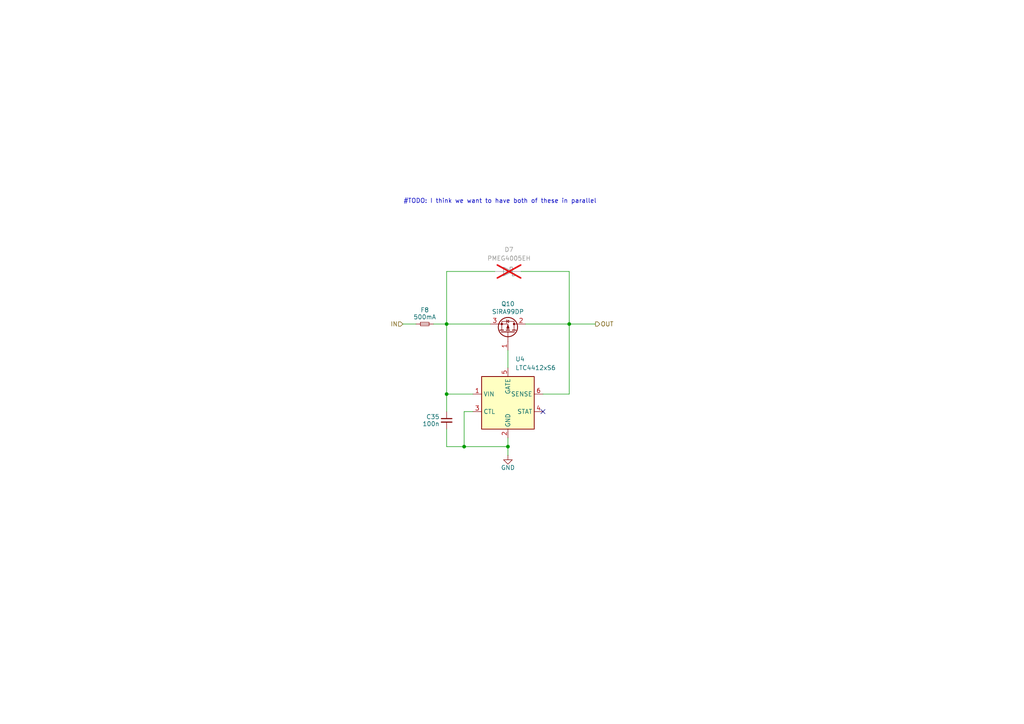
<source format=kicad_sch>
(kicad_sch (version 20250114) (generator "eeschema") (generator_version "9.0")
  (paper "A4")
  (title_block (title "Argus XY Solar Panel") (date "2025-04-20") (rev "v3.1") (company "Carnegie Mellon University") (comment 1 "N. Khera") (comment 2 "V. Rajesh"))
  (lib_symbols
    (symbol "Argus-IC:Q_PMOS_GDS" (pin_names (offset 0) (hide yes))
      (property "Reference" "Q" (at 5.08 1.27 0))
      (property "Value" "Q_PMOS_GDS" (at 5.08 -1.27 0))
      (symbol "Q_PMOS_GDS_0_1"
        (polyline (pts (xy 0.254 1.905) (xy 0.254 -1.905)) (stroke (width 0.254)))
        (polyline (pts (xy 0.254 0) (xy -2.54 0)))
        (polyline (pts (xy 0.762 2.286) (xy 0.762 1.27)) (stroke (width 0.254)))
        (polyline (pts (xy 0.762 1.778) (xy 3.302 1.778) (xy 3.302 -1.778) (xy 0.762 -1.778)))
        (polyline (pts (xy 0.762 0.508) (xy 0.762 -0.508)) (stroke (width 0.254)))
        (polyline (pts (xy 0.762 -1.27) (xy 0.762 -2.286)) (stroke (width 0.254)))
        (circle (center 1.651 0) (radius 2.794) (stroke (width 0.254)))
        (polyline (pts (xy 2.286 0) (xy 1.27 0.381) (xy 1.27 -0.381) (xy 2.286 0)) (fill (type outline)))
        (polyline (pts (xy 2.54 2.54) (xy 2.54 1.778)))
        (circle (center 2.54 1.778) (radius 0.254) (fill (type outline)))
        (circle (center 2.54 -1.778) (radius 0.254) (fill (type outline)))
        (polyline (pts (xy 2.54 -2.54) (xy 2.54 0) (xy 0.762 0)))
        (polyline (pts (xy 2.794 -0.508) (xy 2.921 -0.381) (xy 3.683 -0.381) (xy 3.81 -0.254)))
        (polyline (pts (xy 3.302 -0.381) (xy 2.921 0.254) (xy 3.683 0.254) (xy 3.302 -0.381)))
      )
      (symbol "Q_PMOS_GDS_1_1"
        (pin input line (at -5.08 0 0) (length 2.54) (name "G") (number "1"))
        (pin passive line (at 2.54 5.08 270) (length 2.54) (name "D") (number "2"))
        (pin passive line (at 2.54 -5.08 90) (length 2.54) (name "S") (number "3"))
      )
    )
    (symbol "Device:C_Small" (pin_numbers (hide yes)) (pin_names (offset 0.254) (hide yes))
      (property "Reference" "C" (at 0.254 1.778 0))
      (property "Value" "C_Small" (at 0.254 -2.032 0))
      (symbol "C_Small_0_1"
        (polyline (pts (xy -1.524 0.508) (xy 1.524 0.508)) (stroke (width 0.3048)))
        (polyline (pts (xy -1.524 -0.508) (xy 1.524 -0.508)) (stroke (width 0.3302)))
      )
      (symbol "C_Small_1_1"
        (pin passive line (at 0 2.54 270) (length 2.032) (name "~") (number "1"))
        (pin passive line (at 0 -2.54 90) (length 2.032) (name "~") (number "2"))
      )
    )
    (symbol "Device:Fuse_Small" (pin_numbers (hide yes)) (pin_names (offset 0.254) (hide yes))
      (property "Reference" "F" (at 0 -1.524 0))
      (property "Value" "Fuse_Small" (at 0 1.524 0))
      (symbol "Fuse_Small_0_1"
        (rectangle (start -1.27 0.508) (end 1.27 -0.508))
        (polyline (pts (xy -1.27 0) (xy 1.27 0)))
      )
      (symbol "Fuse_Small_1_1"
        (pin passive line (at -2.54 0 0) (length 1.27) (name "~") (number "1"))
        (pin passive line (at 2.54 0 180) (length 1.27) (name "~") (number "2"))
      )
    )
    (symbol "Diode:PMEG4005EH" (pin_numbers (hide yes)) (pin_names (hide yes))
      (property "Reference" "D" (at 0 2.54 0))
      (property "Value" "PMEG4005EH" (at 0 -2.54 0))
      (symbol "PMEG4005EH_0_1"
        (polyline (pts (xy -1.905 0.635) (xy -1.905 1.27) (xy -1.27 1.27) (xy -1.27 -1.27) (xy -0.635 -1.27) (xy -0.635 -0.635)) (stroke (width 0.2032)))
        (polyline (pts (xy 1.27 1.27) (xy 1.27 -1.27) (xy -1.27 0) (xy 1.27 1.27)) (stroke (width 0.2032)))
        (polyline (pts (xy 1.27 0) (xy -1.27 0)))
      )
      (symbol "PMEG4005EH_1_1"
        (pin passive line (at -3.81 0 0) (length 2.54) (name "K") (number "1"))
        (pin passive line (at 3.81 0 180) (length 2.54) (name "A") (number "2"))
      )
    )
    (symbol "Power_Management:LTC4412xS6"
      (property "Reference" "U" (at -6.35 8.89 0))
      (property "Value" "LTC4412xS6" (at 6.35 8.89 0))
      (symbol "LTC4412xS6_0_1"
        (rectangle (start -7.62 7.62) (end 7.62 -7.62) (stroke (width 0.254)) (fill (type background)))
      )
      (symbol "LTC4412xS6_1_1"
        (pin power_in line (at -10.16 2.54 0) (length 2.54) (name "VIN") (number "1"))
        (pin input line (at -10.16 -2.54 0) (length 2.54) (name "CTL") (number "3"))
        (pin output line (at 0 10.16 270) (length 2.54) (name "GATE") (number "5"))
        (pin power_in line (at 0 -10.16 90) (length 2.54) (name "GND") (number "2"))
        (pin input line (at 10.16 2.54 180) (length 2.54) (name "SENSE") (number "6"))
        (pin open_collector line (at 10.16 -2.54 180) (length 2.54) (name "STAT") (number "4"))
      )
    )
    (symbol "power:GND" (power) (pin_numbers (hide yes)) (pin_names (offset 0) (hide yes))
      (property "Value" "GND" (at 0 -3.81 0))
      (symbol "GND_0_1"
        (polyline (pts (xy 0 0) (xy 0 -1.27) (xy 1.27 -1.27) (xy 0 -2.54) (xy -1.27 -1.27) (xy 0 -1.27)))
      )
      (symbol "GND_1_1"
        (pin power_in line (at 0 0 270) (length 0) (name "~") (number "1"))
      )
    )
  )
  (text "#TODO: I think we want to have both of these in parallel" (at 145.034 58.42 0) (effects (font (size 1.27 1.27))))
  (junction (at 147.32 129.54))
  (junction (at 129.54 114.3))
  (junction (at 134.62 129.54))
  (junction (at 129.54 93.98))
  (junction (at 165.1 93.98))
  (no_connect (at 157.48 119.38))
  (wire (pts (xy 165.1 93.98) (xy 172.72 93.98)))
  (wire (pts (xy 137.16 114.3) (xy 129.54 114.3)))
  (wire (pts (xy 147.32 129.54) (xy 147.32 127)))
  (wire (pts (xy 129.54 93.98) (xy 129.54 114.3)))
  (wire (pts (xy 157.48 114.3) (xy 165.1 114.3)))
  (wire (pts (xy 151.13 78.74) (xy 165.1 78.74)))
  (wire (pts (xy 137.16 119.38) (xy 134.62 119.38)))
  (wire (pts (xy 116.84 93.98) (xy 120.65 93.98)))
  (wire (pts (xy 129.54 93.98) (xy 142.24 93.98)))
  (wire (pts (xy 152.4 93.98) (xy 165.1 93.98)))
  (wire (pts (xy 147.32 129.54) (xy 147.32 132.08)))
  (wire (pts (xy 165.1 93.98) (xy 165.1 78.74)))
  (wire (pts (xy 134.62 129.54) (xy 129.54 129.54)))
  (wire (pts (xy 147.32 129.54) (xy 134.62 129.54)))
  (wire (pts (xy 134.62 129.54) (xy 134.62 119.38)))
  (wire (pts (xy 143.51 78.74) (xy 129.54 78.74)))
  (wire (pts (xy 129.54 114.3) (xy 129.54 119.38)))
  (wire (pts (xy 165.1 93.98) (xy 165.1 114.3)))
  (wire (pts (xy 129.54 129.54) (xy 129.54 124.46)))
  (wire (pts (xy 129.54 78.74) (xy 129.54 93.98)))
  (wire (pts (xy 125.73 93.98) (xy 129.54 93.98)))
  (wire (pts (xy 147.32 106.68) (xy 147.32 101.6)))
  (hierarchical_label "IN" (shape input) (at 116.84 93.98 180))
  (hierarchical_label "OUT" (shape output) (at 172.72 93.98 0))
  (symbol (lib_id "Device:C_Small") (at 129.54 121.92 0) (mirror y) (unit 1)
    (property "Reference" "C34" (at 127.508 120.904 0) (effects (justify left)))
    (property "Value" "100n" (at 127.508 122.936 0) (effects (justify left)))
    (property "Footprint" "Capacitor_SMD:C_0603_1608Metric" (effects (hide yes)))
    (property "Description" "Unpolarized capacitor, small symbol" (effects (hide yes)))
    (instances (project "Avionics-SolarPanels" (path "" (reference "C35") (unit 1)) (path "" (reference "C34") (unit 1)) (path "" (reference "C36") (unit 1))))
  )
  (symbol (lib_id "Power_Management:LTC4412xS6") (at 147.32 116.84 0) (unit 1)
    (property "Reference" "U3" (at 149.4633 104.14 0) (effects (justify left)))
    (property "Value" "LTC4412xS6" (at 149.4633 106.68 0) (effects (justify left)))
    (property "Footprint" "Package_TO_SOT_SMD:TSOT-23-6" (effects (hide yes)))
    (property "Datasheet" "https://www.analog.com/media/en/technical-documentation/data-sheets/4412fb.pdf" (effects (hide yes)))
    (property "Description" "Low Loss PowerPath Controller, TSOT-23-6" (effects (hide yes)))
    (instances (project "Avionics-SolarPanels" (path "" (reference "U4") (unit 1)) (path "" (reference "U3") (unit 1)) (path "" (reference "U5") (unit 1))))
  )
  (symbol (lib_id "Device:Fuse_Small") (at 123.19 93.98 180) (unit 1)
    (property "Reference" "F7" (at 123.19 89.916 0))
    (property "Value" "500mA" (at 123.19 91.948 0))
    (property "Footprint" "Fuse:Fuse_0603_1608Metric" (effects (hide yes)))
    (property "Description" "Fuse, small symbol" (effects (hide yes)))
    (instances (project "Avionics-SolarPanels" (path "" (reference "F8") (unit 1)) (path "" (reference "F7") (unit 1)) (path "" (reference "F9") (unit 1))))
  )
  (symbol (lib_id "Argus-IC:Q_PMOS_GDS") (at 147.32 96.52 270) (mirror x) (unit 1)
    (property "Reference" "Q9" (at 147.32 88.138 90))
    (property "Value" "SiRA99DP" (at 147.32 90.424 90))
    (property "Footprint" "Argus-Miscellaneous:PowerPAK SO-8" (effects (hide yes)))
    (property "Description" "P-MOSFET transistor, gate/drain/source" (effects (hide yes)))
    (instances (project "" (path "" (reference "Q10") (unit 1)) (path "" (reference "Q9") (unit 1)) (path "" (reference "Q11") (unit 1))))
  )
  (symbol (lib_id "power:GND") (at 147.32 132.08 0) (mirror y) (unit 1)
    (property "Reference" "#PWR01" (effects (hide yes)))
    (property "Value" "GND" (at 147.32 135.636 0))
    (property "Description" "Power symbol creates a global label with name \"GND\" , ground" (effects (hide yes)))
    (instances (project "Avionics-SolarPanels" (path "" (reference "#PWR02") (unit 1)) (path "" (reference "#PWR01") (unit 1)) (path "" (reference "#PWR03") (unit 1))))
  )
  (symbol (lib_id "Diode:PMEG4005EH") (at 147.32 78.74 180) (unit 1) (dnp yes)
    (property "Reference" "D6" (at 147.6375 72.39 0))
    (property "Value" "PMEG4005EH" (at 147.6375 74.93 0))
    (property "Footprint" "Diode_SMD:D_SOD-123F" (effects (hide yes)))
    (property "Datasheet" "https://assets.nexperia.com/documents/data-sheet/PMEGXX05EH_EJ_SER.pdf" (effects (hide yes)))
    (property "Description" "40V, 500mA very low Vf MEGA Schottky barrier rectifier, SOD-123F" (effects (hide yes)))
    (instances (project "Avionics-SolarPanels" (path "" (reference "D7") (unit 1)) (path "" (reference "D6") (unit 1)) (path "" (reference "D8") (unit 1))))
  )
)
</source>
